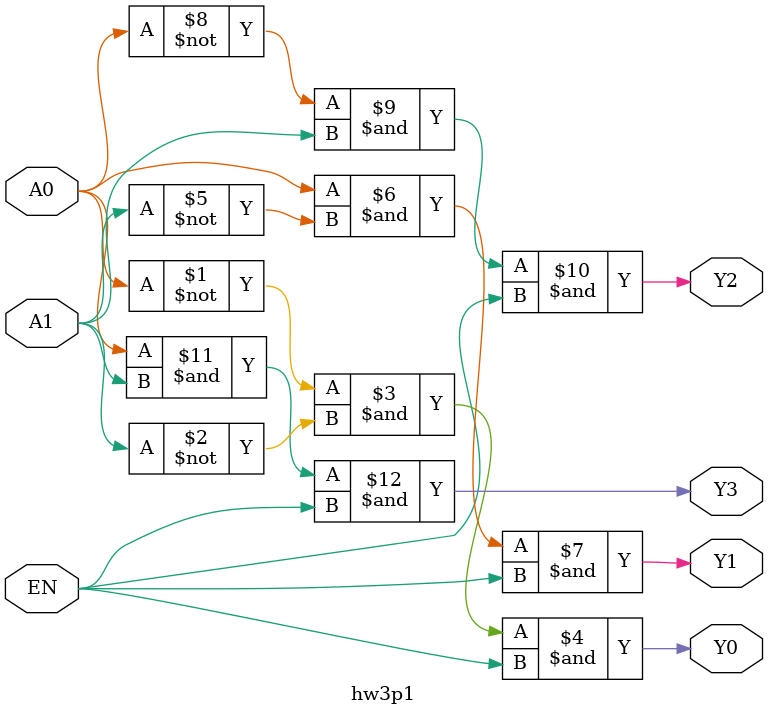
<source format=v>
`timescale 1ps/10ps

module hw3p1(A0,A1,EN,Y0,Y1,Y2,Y3);
    input A0,A1,EN;
    output Y0,Y1,Y2,Y3;
    assign Y0 = ~A0&~A1&EN;
    assign Y1 = A0&~A1&EN;
    assign Y2 = ~A0&A1&EN;
    assign Y3 = A0&A1&EN;
endmodule
</source>
